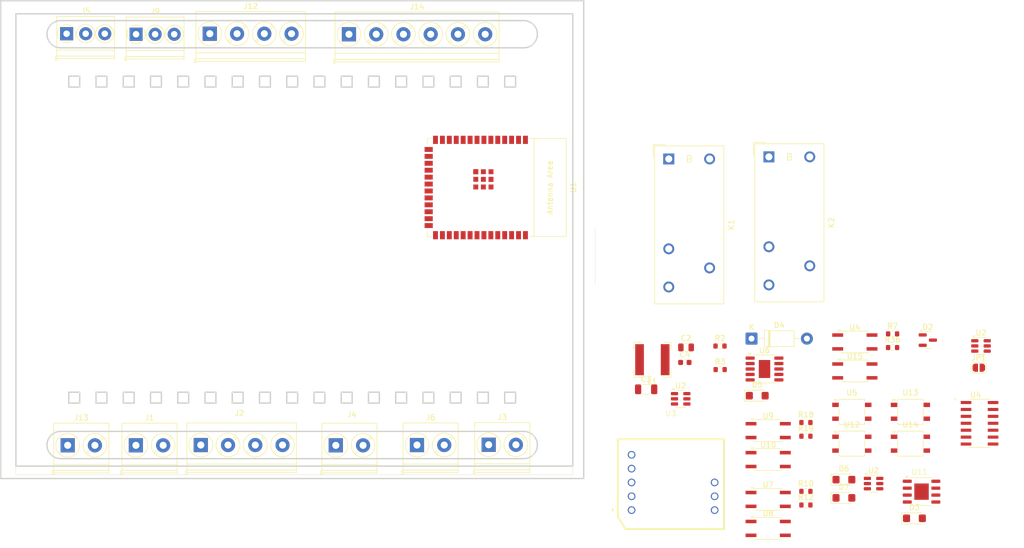
<source format=kicad_pcb>
(kicad_pcb (version 20241229) (generator "pcbnew") (generator_version "9.0")
  (layers (0 "F.Cu" signal) (2 "B.Cu" signal) (13 "F.Paste" user) (15 "B.Paste" user) (5 "F.SilkS" user "F.Silkscreen") (7 "B.SilkS" user "B.Silkscreen") (1 "F.Mask" user) (3 "B.Mask" user) (25 "Edge.Cuts" user))
  (net 0 "")
  (net 1 "Net-(JP1-A)")
  (net 2 "+3.3V")
  (net 3 "/NIVARA_BOARD/VOLTAGE_AOUTPUT")
  (net 5 "/NIVARA_BOARD/mA_AOUTPUT+")
  (net 6 "Net-(D4-A)")
  (net 7 "Net-(D5-A1)")
  (net 8 "GND")
  (net 10 "Net-(D6-A1)")
  (net 11 "Net-(Q2-1C)")
  (net 12 "Net-(Q2-2C)")
  (net 14 "Net-(R7-Pad2)")
  (net 15 "/NIVARA_BOARD/NPN_DINPUT_1")
  (net 16 "Net-(U1-EN)")
  (net 18 "Net-(R10-Pad2)")
  (net 19 "Net-(R12-Pad2)")
  (net 20 "/NIVARA_BOARD/PNP_DINPUT_0")
  (net 22 "Net-(R18-Pad2)")
  (net 23 "/NIVARA_BOARD/PNP_DINPUT_1")
  (net 24 "Net-(R19-Pad2)")
  (net 25 "Net-(R36-Pad2)")
  (net 27 "/NIVARA_BOARD/NPN_DINPUT_0")
  (net 29 "/NIVARA_BOARD/NPN_OUT_INTERFACE/NPN_EN1")
  (net 32 "/NIVARA_BOARD/PNP_OUT_INTERFACE/PNP_EN0")
  (net 34 "/NIVARA_BOARD/RS485_INTERFACE/UART_RX")
  (net 38 "/NIVARA_BOARD/~{RUN}{slash}STOP")
  (net 39 "/NIVARA_BOARD/RS485_INTERFACE/UART_TX")
  (net 41 "VCC")
  (net 42 "Net-(U2-SW)")
  (net 43 "Net-(U2-BST)")
  (net 44 "/NIVARA_BOARD/RS485_B")
  (net 46 "/NIVARA_BOARD/RS485_A")
  (net 47 "/NIVARA_BOARD/RS485_INTERFACE/~{TX}{slash}RX")
  (net 48 "Net-(K1-PadA1)")
  (net 49 "/NIVARA_BOARD/RL2_OUTPUT_NC")
  (net 50 "/NIVARA_BOARD/RL2_OUTPUT_NO")
  (net 51 "/NIVARA_BOARD/RL2_COM")
  (net 52 "/NIVARA_BOARD/RL1_OUTPUT_NC")
  (net 53 "Net-(K2-PadA1)")
  (net 54 "/NIVARA_BOARD/RL1_COM")
  (net 55 "/NIVARA_BOARD/RL1_OUTPUT_NO")
  (net 56 "/NIVARA_BOARD/RELAY_INTERFACE/ST2")
  (net 57 "/NIVARA_BOARD/RELAY_INTERFACE/ST1")
  (net 58 "/NIVARA_BOARD/RELAY_INTERFACE/RL2_EN")
  (net 59 "/NIVARA_BOARD/RELAY_INTERFACE/RL1_EN")
  (net 60 "/NIVARA_BOARD/VOLTAGE_AOUT_INTERFACE/SCLK")
  (net 61 "/NIVARA_BOARD/10V_AIN_INTERFACE/10V_ADC")
  (net 62 "/NIVARA_BOARD/VOLTAGE_AOUT_INTERFACE/SDA")
  (net 63 "/NIVARA_BOARD/VOLTAGE_AOUT_INTERFACE/SEL")
  (net 64 "/NIVARA_BOARD/mA_AINPUT")
  (net 65 "/NIVARA_BOARD/PNP_OUT_INTERFACE/PNP_EN1")
  (net 66 "/NIVARA_BOARD/PNP_IN_Mod/NPN_Output0")
  (net 67 "/NIVARA_BOARD/PNP_IN_Mod/NPN_Output1")
  (net 68 "/NIVARA_BOARD/DRY_INPUT_INTERFACE/DRY_OUT0")
  (net 69 "/NIVARA_BOARD/DRY_INPUT_INTERFACE/DRY_OUT1")
  (net 70 "/NIVARA_BOARD/NPN_OUT_INTERFACE/NPN_EN0")
  (net 71 "/NIVARA_BOARD/~{TRANSMIT}{slash}RECEIVE")
  (net 73 "/NIVARA_BOARD/32V_AIN_INTERFACE/32V_ADC")
  (net 75 "Net-(U2-FB)")
  (net 76 "Net-(U3-B)")
  (net 77 "Net-(U3-A)")
  (net 78 "/NIVARA_BOARD/NPN_IN_Mod/NPN_Output1")
  (net 79 "NPNIN_GND")
  (net 80 "Net-(R4-Pad2)")
  (net 81 "/NIVARA_BOARD/NPN_DOUTPUT_0")
  (net 82 "Net-(U6-IOUT)")
  (net 83 "Net-(JP2-B)")
  (net 84 "Net-(JP3-B)")
  (net 85 "Net-(U6-SET)")
  (net 86 "Net-(JP4-B)")
  (net 87 "Net-(U6-V5V)")
  (net 88 "/NIVARA_BOARD/DRY_DINPUT_0")
  (net 89 "/NIVARA_BOARD/DRY_DINPUT_1")
  (net 90 "PNPIN_GND")
  (net 91 "Net-(U11-V5V)")
  (net 92 "Net-(R26-Pad2)")
  (net 93 "/NIVARA_BOARD/PNP_DOUTPUT_0")
  (net 94 "Net-(R29-Pad2)")
  (net 95 "Net-(R30-Pad2)")
  (net 96 "/NIVARA_BOARD/PNP_DOUTPUT_1")
  (net 97 "/NIVARA_BOARD/NPN_IN_Mod/NPN_Output0")
  (net 100 "/Board_ZorionX/RUN{slash}Stop")
  (net 101 "/Board_ZorionX/RS485-B")
  (net 102 "/Board_ZorionX/RS485-A")
  (net 111 "/Board_ZorionX/AOUT_420_1")
  (net 112 "/Board_ZorionX/AOUT_010_1")
  (net 113 "/Board_ZorionX/DOUT_NPN_1")
  (net 114 "/Board_ZorionX/DOUT_NPN_2")
  (net 115 "/Board_ZorionX/DOUT_PNP_1")
  (net 116 "/Board_ZorionX/DOUT_PNP_2")
  (net 117 "/Board_ZorionX/A010_IN1")
  (net 118 "/Board_ZorionX/A420_in1")
  (net 119 "/Board_ZorionX/A032_in1")
  (net 120 "/Board_ZorionX/NPN_IN_2")
  (net 121 "/Board_ZorionX/NPN_in_1")
  (net 124 "/Board_ZorionX/RLY1_NCD")
  (net 125 "/Board_ZorionX/RLY1_CD")
  (net 126 "/Board_ZorionX/RLY1_NOD")
  (net 127 "/Board_ZorionX/RLY2_NCD")
  (net 128 "/Board_ZorionX/RLY2_CD")
  (net 129 "/Board_ZorionX/RLY2_NOD")
  (net 130 "/Board_ZorionX/D_IN1")
  (net 131 "/Board_ZorionX/D_IN_2")
  (net 138 "/Board_ZorionX/PNP_IN_2")
  (net 139 "/Board_ZorionX/PNP_in_1")
  (footprint "Jumper:SolderJumper-2_P1.3mm_Open_RoundedPad1.0x1.5mm" (layer "F.Cu") (at 208.64 93.35)
    (property "Reference" "JP1" (at 0 -1.8 0) (layer "F.SilkS"))
    (property "Value" "SolderJumper_2_Open")
    (pad "1" smd custom (at -0.65 0) (size 1 0.5) (layers "F.Cu" "F.Mask") (net 10 "Net-(D6-A1)") (options (clearance outline) (anchor rect)) (primitives (gr_circle (center 0 0.25) (end 0.5 0.25) (width 0) (fill yes)) (gr_circle (center 0 -0.25) (end 0.5 -0.25) (width 0) (fill yes)) (gr_poly (pts (xy 0.5 0.75) (xy 0 0.75) (xy 0 -0.75) (xy 0.5 -0.75)) (width 0) (fill yes))))
    (pad "2" smd custom (at 0.65 0) (size 1 0.5) (layers "F.Cu" "F.Mask") (net 2 "+3.3V") (options (clearance outline) (anchor rect)) (primitives (gr_circle (center 0 0.25) (end 0.5 0.25) (width 0) (fill yes)) (gr_circle (center 0 -0.25) (end 0.5 -0.25) (width 0) (fill yes)) (gr_poly (pts (xy 0 0.75) (xy -0.5 0.75) (xy -0.5 -0.75) (xy 0 -0.75)) (width 0) (fill yes))))
  )
  (footprint "PCM_Espressif:ESP32-S3-WROOM-1" (layer "F.Cu") (at 117.17 60.28 -90)
    (property "Reference" "U1" (at 0 -17.05 90) (layer "F.SilkS"))
    (property "Value" "ESP32-S3-WROOM-1")
    (fp_text user "Antenna Area" (at 0 -12.75 90) (layer "F.SilkS"))
    (pad "1" smd rect (at -8.75 -8.26 270) (size 1.5 0.9) (layers "F.Cu" "F.Mask" "F.Paste") (net 8 "GND"))
    (pad "2" smd rect (at -8.75 -6.99 270) (size 1.5 0.9) (layers "F.Cu" "F.Mask" "F.Paste") (net 2 "+3.3V"))
    (pad "3" smd rect (at -8.75 -5.72 270) (size 1.5 0.9) (layers "F.Cu" "F.Mask" "F.Paste") (net 16 "Net-(U1-EN)"))
    (pad "4" smd rect (at -8.75 -4.45 270) (size 1.5 0.9) (layers "F.Cu" "F.Mask" "F.Paste") (net 73 "/NIVARA_BOARD/32V_AIN_INTERFACE/32V_ADC"))
    (pad "5" smd rect (at -8.75 -3.18 270) (size 1.5 0.9) (layers "F.Cu" "F.Mask" "F.Paste") (net 61 "/NIVARA_BOARD/10V_AIN_INTERFACE/10V_ADC"))
    (pad "6" smd rect (at -8.75 -1.91 270) (size 1.5 0.9) (layers "F.Cu" "F.Mask" "F.Paste") (net 32 "/NIVARA_BOARD/PNP_OUT_INTERFACE/PNP_EN0"))
    (pad "7" smd rect (at -8.75 -0.64 270) (size 1.5 0.9) (layers "F.Cu" "F.Mask" "F.Paste") (net 65 "/NIVARA_BOARD/PNP_OUT_INTERFACE/PNP_EN1"))
    (pad "8" smd rect (at -8.75 0.63 270) (size 1.5 0.9) (layers "F.Cu" "F.Mask" "F.Paste") (net 62 "/NIVARA_BOARD/VOLTAGE_AOUT_INTERFACE/SDA"))
    (pad "9" smd rect (at -8.75 1.9 270) (size 1.5 0.9) (layers "F.Cu" "F.Mask" "F.Paste") (net 60 "/NIVARA_BOARD/VOLTAGE_AOUT_INTERFACE/SCLK"))
    (pad "10" smd rect (at -8.75 3.17 270) (size 1.5 0.9) (layers "F.Cu" "F.Mask" "F.Paste"))
    (pad "11" smd rect (at -8.75 4.44 270) (size 1.5 0.9) (layers "F.Cu" "F.Mask" "F.Paste"))
    (pad "12" smd rect (at -8.75 5.71 270) (size 1.5 0.9) (layers "F.Cu" "F.Mask" "F.Paste") (net 66 "/NIVARA_BOARD/PNP_IN_Mod/NPN_Output0"))
    (pad "13" smd rect (at -8.75 6.98 270) (size 1.5 0.9) (layers "F.Cu" "F.Mask" "F.Paste"))
    (pad "14" smd rect (at -8.75 8.25 270) (size 1.5 0.9) (layers "F.Cu" "F.Mask" "F.Paste"))
    (pad "15" smd rect (at -6.985 9.5) (size 1.5 0.9) (layers "F.Cu" "F.Mask" "F.Paste") (net 58 "/NIVARA_BOARD/RELAY_INTERFACE/RL2_EN"))
    (pad "16" smd rect (at -5.715 9.5) (size 1.5 0.9) (layers "F.Cu" "F.Mask" "F.Paste") (net 71 "/NIVARA_BOARD/~{TRANSMIT}{slash}RECEIVE"))
    (pad "17" smd rect (at -4.445 9.5) (size 1.5 0.9) (layers "F.Cu" "F.Mask" "F.Paste") (net 67 "/NIVARA_BOARD/PNP_IN_Mod/NPN_Output1"))
    (pad "18" smd rect (at -3.175 9.5) (size 1.5 0.9) (layers "F.Cu" "F.Mask" "F.Paste") (net 68 "/NIVARA_BOARD/DRY_INPUT_INTERFACE/DRY_OUT0"))
    (pad "19" smd rect (at -1.905 9.5) (size 1.5 0.9) (layers "F.Cu" "F.Mask" "F.Paste"))
    (pad "20" smd rect (at -0.635 9.5) (size 1.5 0.9) (layers "F.Cu" "F.Mask" "F.Paste"))
    (pad "21" smd rect (at 0.635 9.5) (size 1.5 0.9) (layers "F.Cu" "F.Mask" "F.Paste"))
    (pad "22" smd rect (at 1.905 9.5) (size 1.5 0.9) (layers "F.Cu" "F.Mask" "F.Paste"))
    (pad "23" smd rect (at 3.175 9.5) (size 1.5 0.9) (layers "F.Cu" "F.Mask" "F.Paste") (net 69 "/NIVARA_BOARD/DRY_INPUT_INTERFACE/DRY_OUT1"))
    (pad "24" smd rect (at 4.445 9.5) (size 1.5 0.9) (layers "F.Cu" "F.Mask" "F.Paste") (net 39 "/NIVARA_BOARD/RS485_INTERFACE/UART_TX"))
    (pad "25" smd rect (at 5.715 9.5) (size 1.5 0.9) (layers "F.Cu" "F.Mask" "F.Paste") (net 34 "/NIVARA_BOARD/RS485_INTERFACE/UART_RX"))
    (pad "26" smd rect (at 6.985 9.5) (size 1.5 0.9) (layers "F.Cu" "F.Mask" "F.Paste") (net 29 "/NIVARA_BOARD/NPN_OUT_INTERFACE/NPN_EN1"))
    (pad "27" smd rect (at 8.75 8.25 90) (size 1.5 0.9) (layers "F.Cu" "F.Mask" "F.Paste"))
    (pad "28" smd rect (at 8.75 6.98 90) (size 1.5 0.9) (layers "F.Cu" "F.Mask" "F.Paste") (net 63 "/NIVARA_BOARD/VOLTAGE_AOUT_INTERFACE/SEL"))
    (pad "29" smd rect (at 8.75 5.71 90) (size 1.5 0.9) (layers "F.Cu" "F.Mask" "F.Paste") (net 38 "/NIVARA_BOARD/~{RUN}{slash}STOP"))
    (pad "30" smd rect (at 8.75 4.44 90) (size 1.5 0.9) (layers "F.Cu" "F.Mask" "F.Paste"))
    (pad "31" smd rect (at 8.75 3.17 90) (size 1.5 0.9) (layers "F.Cu" "F.Mask" "F.Paste") (net 70 "/NIVARA_BOARD/NPN_OUT_INTERFACE/NPN_EN0"))
    (pad "32" smd rect (at 8.75 1.9 90) (size 1.5 0.9) (layers "F.Cu" "F.Mask" "F.Paste"))
    (pad "33" smd rect (at 8.75 0.63 90) (size 1.5 0.9) (layers "F.Cu" "F.Mask" "F.Paste"))
    (pad "34" smd rect (at 8.75 -0.64 90) (size 1.5 0.9) (layers "F.Cu" "F.Mask" "F.Paste"))
    (pad "35" smd rect (at 8.75 -1.91 90) (size 1.5 0.9) (layers "F.Cu" "F.Mask" "F.Paste"))
    (pad "36" smd rect (at 8.75 -3.18 90) (size 1.5 0.9) (layers "F.Cu" "F.Mask" "F.Paste"))
    (pad "37" smd rect (at 8.75 -4.45 90) (size 1.5 0.9) (layers "F.Cu" "F.Mask" "F.Paste"))
    (pad "38" smd rect (at 8.75 -5.72 90) (size 1.5 0.9) (layers "F.Cu" "F.Mask" "F.Paste") (net 59 "/NIVARA_BOARD/RELAY_INTERFACE/RL1_EN"))
    (pad "39" smd rect (at 8.75 -6.99 90) (size 1.5 0.9) (layers "F.Cu" "F.Mask" "F.Paste") (net 64 "/NIVARA_BOARD/mA_AINPUT"))
    (pad "40" smd rect (at 8.75 -8.26 90) (size 1.5 0.9) (layers "F.Cu" "F.Mask" "F.Paste") (net 8 "GND"))
    (pad "41" smd rect (at -2.9 -1.94 90) (size 0.9 0.9) (layers "F.Cu" "F.Mask" "F.Paste") (net 8 "GND"))
    (pad "41" smd rect (at -2.9 -0.54 90) (size 0.9 0.9) (layers "F.Cu" "F.Mask" "F.Paste") (net 8 "GND"))
    (pad "41" smd rect (at -2.9 0.86 90) (size 0.9 0.9) (layers "F.Cu" "F.Mask" "F.Paste") (net 8 "GND"))
    (pad "41" smd rect (at -2.9 0.86 90) (size 0.9 0.9) (layers "F.Cu" "F.Mask" "F.Paste") (net 8 "GND"))
    (pad "41" smd rect (at -1.5 -1.94 90) (size 0.9 0.9) (layers "F.Cu" "F.Mask" "F.Paste") (net 8 "GND"))
    (pad "41" smd rect (at -1.5 -1.94 90) (size 0.9 0.9) (layers "F.Cu" "F.Mask" "F.Paste") (net 8 "GND"))
    (pad "41" smd rect (at -1.5 -0.54 90) (size 0.9 0.9) (layers "F.Cu" "F.Mask" "F.Paste") (net 8 "GND"))
    (pad "41" smd rect (at -1.5 0.86 90) (size 0.9 0.9) (layers "F.Cu" "F.Mask" "F.Paste") (net 8 "GND"))
    (pad "41" smd rect (at -0.1 -1.94 90) (size 0.9 0.9) (layers "F.Cu" "F.Mask" "F.Paste") (net 8 "GND"))
    (pad "41" smd rect (at -0.1 -0.54 90) (size 0.9 0.9) (layers "F.Cu" "F.Mask" "F.Paste") (net 8 "GND"))
    (pad "41" smd rect (at -0.1 0.86 90) (size 0.9 0.9) (layers "F.Cu" "F.Mask" "F.Paste") (net 8 "GND"))
  )
  (footprint "Capacitor_SMD:C_0603_1608Metric" (layer "F.Cu") (at 154.685 92.385)
    (property "Reference" "C4" (at 0 -1.43 0) (layer "F.SilkS"))
    (property "Value" "100nf")
    (pad "1" smd roundrect (at -0.775 0) (size 0.9 0.95) (layers "F.Cu" "F.Mask" "F.Paste"))
    (pad "2" smd roundrect (at 0.775 0) (size 0.9 0.95) (layers "F.Cu" "F.Mask" "F.Paste"))
  )
  (footprint "Resistor_SMD:R_0603_1608Metric" (layer "F.Cu") (at 161.135 89.375)
    (property "Reference" "R2" (at 0 -1.43 0) (layer "F.SilkS"))
    (property "Value" "R_US")
    (pad "1" smd roundrect (at -0.825 0) (size 0.8 0.95) (layers "F.Cu" "F.Mask" "F.Paste"))
    (pad "2" smd roundrect (at 0.825 0) (size 0.8 0.95) (layers "F.Cu" "F.Mask" "F.Paste"))
  )
  (footprint "Capacitor_SMD:C_1206_3216Metric" (layer "F.Cu") (at 147.585 97.315)
    (property "Reference" "C3" (at 0 -1.85 0) (layer "F.SilkS"))
    (property "Value" "10mf")
    (pad "1" smd roundrect (at -1.475 0) (size 1.15 1.8) (layers "F.Cu" "F.Mask" "F.Paste") (roundrect_rratio 0.217391))
    (pad "2" smd roundrect (at 1.475 0) (size 1.15 1.8) (layers "F.Cu" "F.Mask" "F.Paste") (roundrect_rratio 0.217391))
  )
  (footprint "TerminalBlock_Phoenix:TerminalBlock_Phoenix_PT-1,5-3-3.5-H_1x03_P3.50mm_Horizontal" (layer "F.Cu") (at 41.2208 32.0544)
    (property "Reference" "J5" (at 3.5 -4.16 0) (layer "F.SilkS"))
    (property "Value" "Screw_Terminal_01x03")
    (pad "1" thru_hole rect (at 0 0) (size 2.4 2.4) (drill 1.2) (layers "*.Cu" "*.Mask") (net 101 "/Board_ZorionX/RS485-B"))
    (pad "2" thru_hole circle (at 3.5 0) (size 2.4 2.4) (drill 1.2) (layers "*.Cu" "*.Mask") (net 102 "/Board_ZorionX/RS485-A"))
    (pad "3" thru_hole circle (at 7 0) (size 2.4 2.4) (drill 1.2) (layers "*.Cu" "*.Mask") (net 8 "GND"))
  )
  (footprint "Resistor_SMD:R_0603_1608Metric" (layer "F.Cu") (at 176.905 103.412)
    (property "Reference" "R18" (at 0 -1.43 0) (layer "F.SilkS"))
    (property "Value" "910")
    (pad "1" smd roundrect (at -0.825 0) (size 0.8 0.95) (layers "F.Cu" "F.Mask" "F.Paste") (net 20 "/NIVARA_BOARD/PNP_DINPUT_0"))
    (pad "2" smd roundrect (at 0.825 0) (size 0.8 0.95) (layers "F.Cu" "F.Mask" "F.Paste") (net 22 "Net-(R18-Pad2)"))
  )
  (footprint "Resistor_SMD:R_0603_1608Metric" (layer "F.Cu") (at 192.815 87.142)
    (property "Reference" "R7" (at 0 -1.43 0) (layer "F.SilkS"))
    (property "Value" "910")
    (pad "1" smd roundrect (at -0.825 0) (size 0.8 0.95) (layers "F.Cu" "F.Mask" "F.Paste") (net 15 "/NIVARA_BOARD/NPN_DINPUT_1"))
    (pad "2" smd roundrect (at 0.825 0) (size 0.8 0.95) (layers "F.Cu" "F.Mask" "F.Paste") (net 14 "Net-(R7-Pad2)"))
  )
  (footprint "TerminalBlock_Phoenix:TerminalBlock_Phoenix_PT-1,5-3-3.5-H_1x03_P3.50mm_Horizontal" (layer "F.Cu") (at 53.9664 32.156)
    (property "Reference" "J9" (at 3.5 -4.16 0) (layer "F.SilkS"))
    (property "Value" "Screw_Terminal_01x03")
    (pad "1" thru_hole rect (at 0 0) (size 2.4 2.4) (drill 1.2) (layers "*.Cu" "*.Mask") (net 111 "/Board_ZorionX/AOUT_420_1"))
    (pad "2" thru_hole circle (at 3.5 0) (size 2.4 2.4) (drill 1.2) (layers "*.Cu" "*.Mask") (net 112 "/Board_ZorionX/AOUT_010_1"))
    (pad "3" thru_hole circle (at 7 0) (size 2.4 2.4) (drill 1.2) (layers "*.Cu" "*.Mask") (net 8 "GND"))
  )
  (footprint "Package_TO_SOT_SMD:SOT-23" (layer "F.Cu") (at 199.275 88.287)
    (property "Reference" "D2" (at 0 -2.4 0) (layer "F.SilkS"))
    (property "Value" "SM712_SOT23")
    (pad "1" smd roundrect (at -0.9375 -0.95) (size 1.475 0.6) (layers "F.Cu" "F.Mask" "F.Paste") (net 46 "/NIVARA_BOARD/RS485_A"))
    (pad "2" smd roundrect (at -0.9375 0.95) (size 1.475 0.6) (layers "F.Cu" "F.Mask" "F.Paste") (net 44 "/NIVARA_BOARD/RS485_B"))
    (pad "3" smd roundrect (at 0.9375 0) (size 1.475 0.6) (layers "F.Cu" "F.Mask" "F.Paste") (net 8 "GND"))
  )
  (footprint "TerminalBlock_Phoenix:TerminalBlock_Phoenix_PT-1,5-2-5.0-H_1x02_P5.00mm_Horizontal" (layer "F.Cu") (at 41.4136 107.594)
    (property "Reference" "J13" (at 2.5 -5.06 0) (layer "F.SilkS"))
    (property "Value" "Screw_Terminal_01x02")
    (pad "1" thru_hole rect (at 0 0) (size 2.6 2.6) (drill 1.3) (layers "*.Cu" "*.Mask") (net 138 "/Board_ZorionX/PNP_IN_2"))
    (pad "2" thru_hole circle (at 5 0) (size 2.6 2.6) (drill 1.3) (layers "*.Cu" "*.Mask") (net 139 "/Board_ZorionX/PNP_in_1"))
  )
  (footprint "Resistor_SMD:R_0603_1608Metric" (layer "F.Cu") (at 161.165 93.69)
    (property "Reference" "R3" (at 0 -1.43 0) (layer "F.SilkS"))
    (property "Value" "R_US")
    (pad "1" smd roundrect (at -0.825 0) (size 0.8 0.95) (layers "F.Cu" "F.Mask" "F.Paste"))
    (pad "2" smd roundrect (at 0.825 0) (size 0.8 0.95) (layers "F.Cu" "F.Mask" "F.Paste"))
  )
  (footprint "Resistor_SMD:R_0603_1608Metric" (layer "F.Cu") (at 192.815 89.652)
    (property "Reference" "R36" (at 0 -1.43 0) (layer "F.SilkS"))
    (property "Value" "910")
    (pad "1" smd roundrect (at -0.825 0) (size 0.8 0.95) (layers "F.Cu" "F.Mask" "F.Paste") (net 27 "/NIVARA_BOARD/NPN_DINPUT_0"))
    (pad "2" smd roundrect (at 0.825 0) (size 0.8 0.95) (layers "F.Cu" "F.Mask" "F.Paste") (net 25 "Net-(R36-Pad2)"))
  )
  (footprint "Relay_THT:Relay_SPDT_Omron_G2RL-1" (layer "F.Cu") (at 151.7325 55.0325)
    (property "Reference" "K1" (at 11.5 12.1 90) (layer "F.SilkS"))
    (property "Value" "G2RL-1")
    (pad "11" thru_hole circle (at 7.5 20) (size 2 2) (drill 1.3) (layers "*.Cu" "*.Mask") (net 51 "/NIVARA_BOARD/RL2_COM"))
    (pad "12" thru_hole circle (at 0 16.5) (size 2 2) (drill 1.3) (layers "*.Cu" "*.Mask") (net 49 "/NIVARA_BOARD/RL2_OUTPUT_NC"))
    (pad "14" thru_hole circle (at 0 23.5) (size 2 2) (drill 1.3) (layers "*.Cu" "*.Mask") (net 50 "/NIVARA_BOARD/RL2_OUTPUT_NO"))
    (pad "A1" thru_hole rect (at 0 0) (size 2 2) (drill 1.3) (layers "*.Cu" "*.Mask") (net 41 "VCC"))
    (pad "A2" thru_hole circle (at 7.5 0) (size 2 2) (drill 1.3) (layers "*.Cu" "*.Mask") (net 11 "Net-(Q2-1C)"))
  )
  (footprint "TerminalBlock_Phoenix:TerminalBlock_Phoenix_PT-1,5-2-5.0-H_1x02_P5.00mm_Horizontal" (layer "F.Cu") (at 105.5232 107.5432)
    (property "Reference" "J6" (at 2.5 -5.06 0) (layer "F.SilkS"))
    (property "Value" "Screw_Terminal_01x02")
    (pad "1" thru_hole rect (at 0 0) (size 2.6 2.6) (drill 1.3) (layers "*.Cu" "*.Mask") (net 100 "/Board_ZorionX/RUN{slash}Stop"))
    (pad "2" thru_hole circle (at 5 0) (size 2.6 2.6) (drill 1.3) (layers "*.Cu" "*.Mask") (net 8 "GND"))
  )
  (footprint "Package_SO:SSOP-10-1EP_3.9x4.9mm_P1mm_EP2.1x3.3mm" (layer "F.Cu") (at 169.305 93.587)
    (property "Reference" "U6" (at 0 -3.4 0) (layer "F.SilkS"))
    (property "Value" "~")
    (pad "1" smd roundrect (at -2.6375 -2) (size 1.675 0.6) (layers "F.Cu" "F.Mask" "F.Paste") (net 60 "/NIVARA_BOARD/VOLTAGE_AOUT_INTERFACE/SCLK"))
    (pad "2" smd roundrect (at -2.6375 -1) (size 1.675 0.6) (layers "F.Cu" "F.Mask" "F.Paste") (net 62 "/NIVARA_BOARD/VOLTAGE_AOUT_INTERFACE/SDA"))
    (pad "3" smd roundrect (at -2.6375 0) (size 1.675 0.6) (layers "F.Cu" "F.Mask" "F.Paste") (net 83 "Net-(JP2-B)"))
    (pad "4" smd roundrect (at -2.6375 1) (size 1.675 0.6) (layers "F.Cu" "F.Mask" "F.Paste") (net 84 "Net-(JP3-B)"))
    (pad "5" smd roundrect (at -2.6375 2) (size 1.675 0.6) (layers "F.Cu" "F.Mask" "F.Paste") (net 41 "VCC"))
    (pad "6" smd roundrect (at 2.6375 2) (size 1.675 0.6) (layers "F.Cu" "F.Mask" "F.Paste") (net 8 "GND"))
    (pad "7" smd roundrect (at 2.6375 1) (size 1.675 0.6) (layers "F.Cu" "F.Mask" "F.Paste") (net 85 "Net-(U6-SET)"))
    (pad "8" smd roundrect (at 2.6375 0) (size 1.675 0.6) (layers "F.Cu" "F.Mask" "F.Paste") (net 82 "Net-(U6-IOUT)"))
    (pad "9" smd roundrect (at 2.6375 -1) (size 1.675 0.6) (layers "F.Cu" "F.Mask" "F.Paste") (net 86 "Net-(JP4-B)"))
    (pad "10" smd roundrect (at 2.6375 -2) (size 1.675 0.6) (layers "F.Cu" "F.Mask" "F.Paste") (net 87 "Net-(U6-V5V)"))
    (pad "11" smd rect (at 0 0) (size 2.1 3.3) (property pad_prop_heatsink) (layers "F.Cu" "F.Mask"))
  )
  (footprint "Inductor_SMD:L_Bourns-SRN6028" (layer "F.Cu") (at 148.72 91.88)
    (property "Reference" "L1" (at 0 4 0) (layer "F.SilkS"))
    (property "Value" "L_Iron")
    (pad "1" smd rect (at -2.35 0) (size 1.6 5.7) (layers "F.Cu" "F.Mask" "F.Paste"))
    (pad "2" smd rect (at 2.35 0) (size 1.6 5.7) (layers "F.Cu" "F.Mask" "F.Paste"))
  )
  (footprint "Riqi_Parts:eSOP-8" (layer "F.Cu") (at 197.761 112.967)
    (property "Reference" "U11" (at 0 -0.5 0) (layer "F.SilkS") (effects (font (thickness 0.1))))
    (property "Value" "~")
    (pad "1" smd roundrect (at -2.261 1.223) (size 1.65 0.6) (layers "F.Cu" "F.Mask" "F.Paste") (net 60 "/NIVARA_BOARD/VOLTAGE_AOUT_INTERFACE/SCLK"))
    (pad "2" smd roundrect (at -2.261 2.493) (size 1.65 0.6) (layers "F.Cu" "F.Mask" "F.Paste"))
    (pad "3" smd roundrect (at -2.261 3.763) (size 1.65 0.6) (layers "F.Cu" "F.Mask" "F.Paste"))
    (pad "4" smd roundrect (at -2.261 5.033) (size 1.65 0.6) (layers "F.Cu" "F.Mask" "F.Paste") (net 41 "VCC"))
    (pad "5" smd roundrect (at 2.989 5.033) (size 1.65 0.6) (layers "F.Cu" "F.Mask" "F.Paste") (net 8 "GND"))
    (pad "6" smd roundrect (at 2.989 3.763) (size 1.65 0.6) (layers "F.Cu" "F.Mask" "F.Paste") (net 3 "/NIVARA_BOARD/VOLTAGE_AOUTPUT"))
    (pad "7" smd roundrect (at 2.989 2.493) (size 1.65 0.6) (layers "F.Cu" "F.Mask" "F.Paste") (net 63 "/NIVARA_BOARD/VOLTAGE_AOUT_INTERFACE/SEL"))
    (pad "8" smd roundrect (at 2.989 1.223) (size 1.65 0.6) (layers "F.Cu" "F.Mask" "F.Paste") (net 91 "Net-(U11-V5V)"))
    (pad "9" smd rect (at 0.364 3.128) (size 2.65 3) (property pad_prop_heatsink) (layers "F.Cu" "F.Mask"))
  )
  (footprint "Package_SO:SO-4_4.4x3.6mm_P2.54mm" (layer "F.Cu") (at 185.885 93.942)
    (property "Reference" "U15" (at 0 -2.7 0) (layer "F.SilkS"))
    (property "Value" "LTV-357TB")
    (pad "1" smd rect (at -3.15 -1.27) (size 2 0.64) (layers "F.Cu" "F.Mask" "F.Paste") (net 25 "Net-(R36-Pad2)"))
    (pad "2" smd rect (at -3.15 1.27) (size 2 0.64) (layers "F.Cu" "F.Mask" "F.Paste") (net 79 "NPNIN_GND"))
    (pad "3" smd rect (at 3.15 1.27) (size 2 0.64) (layers "F.Cu" "F.Mask" "F.Paste") (net 8 "GND"))
    (pad "4" smd rect (at 3.15 -1.27) (size 2 0.64) (layers "F.Cu" "F.Mask" "F.Paste") (net 97 "/NIVARA_BOARD/NPN_IN_Mod/NPN_Output0"))
  )
  (footprint "Package_SO:SO-4_4.4x4.3mm_P2.54mm" (layer "F.Cu") (at 185.335 107.292)
    (property "Reference" "U12" (at 0 -3.5 0) (layer "F.SilkS"))
    (property "Value" "~")
    (pad "1" smd rect (at -3 -1.27 270) (size 0.8 1.2) (layers "F.Cu" "F.Mask" "F.Paste") (net 92 "Net-(R26-Pad2)"))
    (pad "2" smd rect (at -3 1.27 270) (size 0.8 1.2) (layers "F.Cu" "F.Mask" "F.Paste") (net 8 "GND"))
    (pad "3" smd rect (at 3 1.27 270) (size 0.8 1.2) (layers "F.Cu" "F.Mask" "F.Paste") (net 81 "/NIVARA_BOARD/NPN_DOUTPUT_0"))
    (pad "4" smd rect (at 3 -1.27 270) (size 0.8 1.2) (layers "F.Cu" "F.Mask" "F.Paste") (net 8 "GND"))
  )
  (footprint "Package_SO:SO-4_4.4x3.6mm_P2.54mm" (layer "F.Cu") (at 185.885 88.627)
    (property "Reference" "U4" (at 0 -2.7 0) (layer "F.SilkS"))
    (property "Value" "LTV-357TB")
    (pad "1" smd rect (at -3.15 -1.27) (size 2 0.64) (layers "F.Cu" "F.Mask" "F.Paste") (net 14 "Net-(R7-Pad2)"))
    (pad "2" smd rect (at -3.15 1.27) (size 2 0.64) (layers "F.Cu" "F.Mask" "F.Paste") (net 79 "NPNIN_GND"))
    (pad "3" smd rect (at 3.15 1.27) (size 2 0.64) (layers "F.Cu" "F.Mask" "F.Paste") (net 8 "GND"))
    (pad "4" smd rect (at 3.15 -1.27) (size 2 0.64) (layers "F.Cu" "F.Mask" "F.Paste") (net 78 "/NIVARA_BOARD/NPN_IN_Mod/NPN_Output1"))
  )
  (footprint "Package_TO_SOT_SMD:TSOT-23-6" (layer "F.Cu") (at 209.04 89.355)
    (property "Reference" "U2" (at 0 -2.4 0) (layer "F.SilkS"))
    (property "Value" "AP63203WU")
    (pad "1" smd roundrect (at -1.1375 -0.95) (size 1.325 0.6) (layers "F.Cu" "F.Mask" "F.Paste") (net 1 "Net-(JP1-A)"))
    (pad "2" smd roundrect (at -1.1375 0) (size 1.325 0.6) (layers "F.Cu" "F.Mask" "F.Paste") (net 41 "VCC"))
    (pad "3" smd roundrect (at -1.1375 0.95) (size 1.325 0.6) (layers "F.Cu" "F.Mask" "F.Paste") (net 41 "VCC"))
    (pad "4" smd roundrect (at 1.1375 0.95) (size 1.325 0.6) (layers "F.Cu" "F.Mask" "F.Paste") (net 8 "GND"))
    (pad "5" smd roundrect (at 1.1375 0) (size 1.325 0.6) (layers "F.Cu" "F.Mask" "F.Paste") (net 42 "Net-(U2-SW)"))
    (pad "6" smd roundrect (at 1.1375 -0.95) (size 1.325 0.6) (layers "F.Cu" "F.Mask" "F.Paste") (net 43 "Net-(U2-BST)"))
  )
  (footprint "Riqi_Parts:SOIC127P600X172-14N" (layer "F.Cu") (at 208.77 103.55)
    (property "Reference" "U4" (at -0.725 -5.227 0) (layer "F.SilkS"))
    (property "Value" "~" (hide yes))
    (pad "1" smd roundrect (at -2.48 -3.81) (size 1.95 0.57) (layers "F.Cu" "F.Mask" "F.Paste") (roundrect_rratio 0.125) (net 41 "VCC"))
    (pad "2" smd roundrect (at -2.48 -2.54) (size 1.95 0.57) (layers "F.Cu" "F.Mask" "F.Paste") (roundrect_rratio 0.125) (net 59 "/NIVARA_BOARD/RELAY_INTERFACE/RL1_EN"))
    (pad "3" smd roundrect (at -2.48 -1.27) (size 1.95 0.57) (layers "F.Cu" "F.Mask" "F.Paste") (roundrect_rratio 0.125) (net 57 "/NIVARA_BOARD/RELAY_INTERFACE/ST1"))
    (pad "4" smd roundrect (at -2.48 0) (size 1.95 0.57) (layers "F.Cu" "F.Mask" "F.Paste") (roundrect_rratio 0.125) (net 8 "GND"))
    (pad "5" smd roundrect (at -2.48 1.27) (size 1.95 0.57) (layers "F.Cu" "F.Mask" "F.Paste") (roundrect_rratio 0.125) (net 56 "/NIVARA_BOARD/RELAY_INTERFACE/ST2"))
    (pad "6" smd roundrect (at -2.48 2.54) (size 1.95 0.57) (layers "F.Cu" "F.Mask" "F.Paste") (roundrect_rratio 0.125) (net 58 "/NIVARA_BOARD/RELAY_INTERFACE/RL2_EN"))
    (pad "7" smd roundrect (at -2.48 3.81) (size 1.95 0.57) (layers "F.Cu" "F.Mask" "F.Paste") (roundrect_rratio 0.125) (net 41 "VCC"))
    (pad "8" smd roundrect (at 2.48 3.81) (size 1.95 0.57) (layers "F.Cu" "F.Mask" "F.Paste") (roundrect_rratio 0.125) (net 41 "VCC"))
    (pad "9" smd roundrect (at 2.48 2.54) (size 1.95 0.57) (layers "F.Cu" "F.Mask" "F.Paste") (roundrect_rratio 0.125) (net 48 "Net-(K1-PadA1)"))
    (pad "10" smd roundrect (at 2.48 1.27) (size 1.95 0.57) (layers "F.Cu" "F.Mask" "F.Paste") (roundrect_rratio 0.125) (net 48 "Net-(K1-PadA1)"))
    (pad "11" smd roundrect (at 2.48 0) (size 1.95 0.57) (layers "F.Cu" "F.Mask" "F.Paste") (roundrect_rratio 0.125) (net 2 "+3.3V"))
    (pad "12" smd roundrect (at 2.48 -1.27) (size 1.95 0.57) (layers "F.Cu" "F.Mask" "F.Paste") (roundrect_rratio 0.125) (net 53 "Net-(K2-PadA1)"))
    (pad "13" smd roundrect (at 2.48 -2.54) (size 1.95 0.57) (layers "F.Cu" "F.Mask" "F.Paste") (roundrect_rratio 0.125) (net 53 "Net-(K2-PadA1)"))
    (pad "14" smd roundrect (at 2.48 -3.81) (size 1.95 0.57) (layers "F.Cu" "F.Mask" "F.Paste") (roundrect_rratio 0.125) (net 41 "VCC"))
  )
  (footprint "Diode_SMD:D_SMF" (layer "F.Cu") (at 196.82 120.992)
    (property "Reference" "D3" (at 0 -2 0) (layer "F.SilkS"))
    (property "Value" "SMF24A")
    (pad "1" smd roundrect (at -1.45 0) (size 1.3 1.4) (layers "F.Cu" "F.Mask" "F.Paste") (roundrect_rratio 0.1923076923) (net 3 "/NIVARA_BOARD/VOLTAGE_AOUTPUT"))
    (pad "2" smd roundrect (at 1.45 0) (size 1.3 1.4) (layers "F.Cu" "F.Mask" "F.Paste") (roundrect_rratio 0.1923076923) (net 8 "GND"))
  )
  (footprint "Diode_SMD:D_SMF" (layer "F.Cu") (at 183.88 117.242)
    (property "Reference" "D7" (at 0 -2 0) (layer "F.SilkS"))
    (property "Value" "SMF24A")
    (pad "1" smd roundrect (at -1.45 0) (size 1.3 1.4) (layers "F.Cu" "F.Mask" "F.Paste") (roundrect_rratio 0.1923076923) (net 41 "VCC"))
    (pad "2" smd roundrect (at 1.45 0) (size 1.3 1.4) (layers "F.Cu" "F.Mask" "F.Paste") (roundrect_rratio 0.1923076923) (net 8 "GND"))
  )
  (footprint "Package_TO_SOT_SMD:TSOT-23-6" (layer "F.Cu") (at 153.92 99.06)
    (property "Reference" "U2" (at 0 -2.4 0) (layer "F.SilkS"))
    (property "Value" "AP63203WU")
    (pad "1" smd roundrect (at -1.1375 -0.95) (size 1.325 0.6) (layers "F.Cu" "F.Mask" "F.Paste"))
    (pad "2" smd roundrect (at -1.1375 0) (size 1.325 0.6) (layers "F.Cu" "F.Mask" "F.Paste"))
    (pad "3" smd roundrect (at -1.1375 0.95) (size 1.325 0.6) (layers "F.Cu" "F.Mask" "F.Paste"))
    (pad "4" smd roundrect (at 1.1375 0.95) (size 1.325 0.6) (layers "F.Cu" "F.Mask" "F.Paste"))
    (pad "5" smd roundrect (at 1.1375 0) (size 1.325 0.6) (layers "F.Cu" "F.Mask" "F.Paste"))
    (pad "6" smd roundrect (at 1.1375 -0.95) (size 1.325 0.6) (layers "F.Cu" "F.Mask" "F.Paste"))
  )
  (footprint "Riqi_Parts:YLPTEC RSM3485ECHT" (layer "F.Cu") (at 142.37 122.99)
    (property "Reference" "U3" (at 9.75 -21.25 0) (layer "F.SilkS") (effects (font (thickness 0.1))))
    (property "Value" "~")
    (pad "1" thru_hole circle (at 2.54 -3.5) (size 1.4 1.4) (drill 1) (layers "*.Cu" "*.Mask") (net 2 "+3.3V"))
    (pad "2" thru_hole circle (at 2.54 -6.04) (size 1.4 1.4) (drill 1) (layers "*.Cu" "*.Mask") (net 8 "GND"))
    (pad "3" thru_hole circle (at 2.54 -8.58) (size 1.4 1.4) (drill 1) (layers "*.Cu" "*.Mask") (net 39 "/NIVARA_BOARD/RS485_INTERFACE/UART_TX"))
    (pad "4" thru_hole circle (at 2.54 -11.12) (size 1.4 1.4) (drill 1) (layers "*.Cu" "*.Mask") (net 34 "/NIVARA_BOARD/RS485_INTERFACE/UART_RX"))
    (pad "5" thru_hole circle (at 2.54 -13.66) (size 1.4 1.4) (drill 1) (layers "*.Cu" "*.Mask") (net 47 "/NIVARA_BOARD/RS485_INTERFACE/~{TX}{slash}RX"))
    (pad "8" thru_hole circle (at 17.78 -8.58) (size 1.4 1.4) (drill 1) (layers "*.Cu" "*.Mask") (net 76 "Net-(U3-B)"))
    (pad "9" thru_hole circle (at 17.78 -6.04) (size 1.4 1.4) (drill 1) (layers "*.Cu" "*.Mask") (net 77 "Net-(U3-A)"))
    (pad "10" thru_hole circle (at 17.78 -3.5) (size 1.4 1.4) (drill 1) (layers "*.Cu" "*.Mask"))
  )
  (footprint "Package_SO:SO-4_4.4x4.3mm_P2.54mm" (layer "F.Cu") (at 196.085 107.292)
    (property "Reference" "U14" (at 0 -3.5 0) (layer "F.SilkS"))
    (property "Value" "~")
    (pad "1" smd rect (at -3 -1.27 270) (size 0.8 1.2) (layers "F.Cu" "F.Mask" "F.Paste") (net 95 "Net-(R30-Pad2)"))
    (pad "2" smd rect (at -3 1.27 270) (size 0.8 1.2) (layers "F.Cu" "F.Mask" "F.Paste") (net 8 "GND"))
    (pad "3" smd rect (at 3 1.27 270) (size 0.8 1.2) (layers "F.Cu" "F.Mask" "F.Paste") (net 41 "VCC"))
    (pad "4" smd rect (at 3 -1.27 270) (size 0.8 1.2) (layers "F.Cu" "F.Mask" "F.Paste") (net 96 "/NIVARA_BOARD/PNP_DOUTPUT_1"))
  )
  (footprint "Resistor_SMD:R_0603_1608Metric" (layer "F.Cu") (at 176.905 105.922)
    (property "Reference" "R19" (at 0 -1.43 0) (layer "F.SilkS"))
    (property "Value" "910")
    (pad "1" smd roundrect (at -0.825 0) (size 0.8 0.95) (layers "F.Cu" "F.Mask" "F.Paste") (net 23 "/NIVARA_BOARD/PNP_DINPUT_1"))
    (pad "2" smd roundrect (at 0.825 0) (size 0.8 0.95) (layers "F.Cu" "F.Mask" "F.Paste") (net 24 "Net-(R19-Pad2)"))
  )
  (footprint "Package_SO:SO-4_4.4x3.6mm_P2.54mm" (layer "F.Cu") (at 169.975 117.527)
    (property "Reference" "U7" (at 0 -2.7 0) (layer "F.SilkS"))
    (property "Value" "LTV-357TB")
    (pad "1" smd rect (at -3.15 -1.27) (size 2 0.64) (layers "F.Cu" "F.Mask" "F.Paste") (net 18 "Net-(R10-Pad2)"))
    (pad "2" smd rect (at -3.15 1.27) (size 2 0.64) (layers "F.Cu" "F.Mask" "F.Paste") (net 88 "/NIVARA_BOARD/DRY_DINPUT_0"))
    (pad "3" smd rect (at 3.15 1.27) (size 2 0.64) (layers "F.Cu" "F.Mask" "F.Paste") (net 8 "GND"))
    (pad "4" smd rect (at 3.15 -1.27) (size 2 0.64) (layers "F.Cu" "F.Mask" "F.Paste") (net 68 "/NIVARA_BOARD/DRY_INPUT_INTERFACE/DRY_OUT0"))
  )
  (footprint "Package_SO:SO-4_4.4x4.3mm_P2.54mm" (layer "F.Cu") (at 196.085 101.442)
    (property "Reference" "U13" (at 0 -3.5 0) (layer "F.SilkS"))
    (property "Value" "~")
    (pad "1" smd rect (at -3 -1.27 270) (size 0.8 1.2) (layers "F.Cu" "F.Mask" "F.Paste") (net 94 "Net-(R29-Pad2)"))
    (pad "2" smd rect (at -3 1.27 270) (size 0.8 1.2) (layers "F.Cu" "F.Mask" "F.Paste") (net 8 "GND"))
    (pad "3" smd rect (at 3 1.27 270) (size 0.8 1.2) (layers "F.Cu" "F.Mask" "F.Paste") (net 41 "VCC"))
    (pad "4" smd rect (at 3 -1.27 270) (size 0.8 1.2) (layers "F.Cu" "F.Mask" "F.Paste") (net 93 "/NIVARA_BOARD/PNP_DOUTPUT_0"))
  )
  (footprint "Diode_THT:D_DO-41_SOD81_P10.16mm_Horizontal" (layer "F.Cu") (at 166.925 88.012)
    (property "Reference" "D4" (at 5.08 -2.47 0) (layer "F.SilkS"))
    (property "Value" "1N4007")
    (fp_text user "K" (at 0 -2.1 0) (layer "F.SilkS"))
    (pad "1" thru_hole roundrect (at 0 0) (size 2.2 2.2) (drill 1.1) (layers "*.Cu" "*.Mask") (roundrect_rratio 0.113636) (net 5 "/NIVARA_BOARD/mA_AOUTPUT+"))
    (pad "2" thru_hole circle (at 10.16 0) (size 2.2 2.2) (drill 1.1) (layers "*.Cu" "*.Mask") (net 6 "Net-(D4-A)"))
  )
  (footprint "TerminalBlock_Phoenix:TerminalBlock_Phoenix_PT-1,5-2-5.0-H_1x02_P5.00mm_Horizontal" (layer "F.Cu") (at 118.6804 107.4924)
    (property "Reference" "J3" (at 2.5 -5.06 0) (layer "F.SilkS"))
    (property "Value" "Screw_Terminal_01x02")
    (pad "1" thru_hole rect (at 0 0) (size 2.6 2.6) (drill 1.3) (layers "*.Cu" "*.Mask") (net 41 "VCC"))
    (pad "2" thru_hole circle (at 5 0) (size 2.6 2.6) (drill 1.3) (layers "*.Cu" "*.Mask") (net 8 "GND"))
  )
  (footprint "TerminalBlock_Phoenix:TerminalBlock_Phoenix_PT-1,5-4-5.0-H_1x04_P5.00mm_Horizontal" (layer "F.Cu") (at 67.5032 32.0544)
    (property "Reference" "J12" (at 7.5 -5.06 0) (layer "F.SilkS"))
    (property "Value" "Screw_Terminal_01x04")
    (pad "1" thru_hole rect (at 0 0) (size 2.6 2.6) (drill 1.3) (layers "*.Cu" "*.Mask") (net 113 "/Board_ZorionX/DOUT_NPN_1"))
    (pad "2" thru_hole circle (at 5 0) (size 2.6 2.6) (drill 1.3) (layers "*.Cu" "*.Mask") (net 114 "/Board_ZorionX/DOUT_NPN_2"))
    (pad "3" thru_hole circle (at 10 0) (size 2.6 2.6) (drill 1.3) (layers "*.Cu" "*.Mask") (net 115 "/Board_ZorionX/DOUT_PNP_1"))
    (pad "4" thru_hole circle (at 15 0) (size 2.6 2.6) (drill 1.3) (layers "*.Cu" "*.Mask") (net 116 "/Board_ZorionX/DOUT_PNP_2"))
  )
  (footprint "Package_SO:SO-4_4.4x3.6mm_P2.54mm" (layer "F.Cu") (at 169.975 110.212)
    (property "Reference" "U10" (at 0 -2.7 0) (layer "F.SilkS"))
    (property "Value" "LTV-357TB")
    (pad "1" smd rect (at -3.15 -1.27) (size 2 0.64) (layers "F.Cu" "F.Mask" "F.Paste") (net 24 "Net-(R19-Pad2)"))
    (pad "2" smd rect (at -3.15 1.27) (size 2 0.64) (layers "F.Cu" "F.Mask" "F.Paste") (net 90 "PNPIN_GND"))
    (pad "3" smd rect (at 3.15 1.27) (size 2 0.64) (layers "F.Cu" "F.Mask" "F.Paste") (net 8 "GND"))
    (pad "4" smd rect (at 3.15 -1.27) (size 2 0.64) (layers "F.Cu" "F.Mask" "F.Paste") (net 67 "/NIVARA_BOARD/PNP_IN_Mod/NPN_Output1"))
  )
  (footprint "Capacitor_SMD:C_0805_2012Metric" (layer "F.Cu") (at 154.905 89.625)
    (property "Reference" "C2" (at 0 -1.68 0) (layer "F.SilkS"))
    (property "Value" "22uf")
    (pad "1" smd roundrect (at -0.95 0) (size 1 1.45) (layers "F.Cu" "F.Mask" "F.Paste"))
    (pad "2" smd roundrect (at 0.95 0) (size 1 1.45) (layers "F.Cu" "F.Mask" "F.Paste"))
  )
  (footprint "Relay_THT:Relay_SPDT_Omron_G2RL-1" (layer "F.Cu") (at 170.11 54.65)
    (property "Reference" "K2" (at 11.5 12.1 90) (layer "F.SilkS"))
    (property "Value" "G2RL-1")
    (pad "11" thru_hole circle (at 7.5 20) (size 2 2) (drill 1.3) (layers "*.Cu" "*.Mask") (net 54 "/NIVARA_BOARD/RL1_COM"))
    (pad "12" thru_hole circle (at 0 16.5) (size 2 2) (drill 1.3) (layers "*.Cu" "*.Mask") (net 52 "/NIVARA_BOARD/RL1_OUTPUT_NC"))
    (pad "14" thru_hole circle (at 0 23.5) (size 2 2) (drill 1.3) (layers "*.Cu" "*.Mask") (net 55 "/NIVARA_BOARD/RL1_OUTPUT_NO"))
    (pad "A1" thru_hole rect (at 0 0) (size 2 2) (drill 1.3) (layers "*.Cu" "*.Mask") (net 41 "VCC"))
    (pad "A2" thru_hole circle (at 7.5 0) (size 2 2) (drill 1.3) (layers "*.Cu" "*.Mask") (net 12 "Net-(Q2-2C)"))
  )
  (footprint "TerminalBlock_Phoenix:TerminalBlock_Phoenix_PT-1,5-2-5.0-H_1x02_P5.00mm_Horizontal" (layer "F.Cu") (at 53.9396 107.594)
    (property "Reference" "J1" (at 2.5 -5.06 0) (layer "F.SilkS"))
    (property "Value" "Screw_Terminal_01x02")
    (pad "1" thru_hole rect (at 0 0) (size 2.6 2.6) (drill 1.3) (layers "*.Cu" "*.Mask") (net 120 "/Board_ZorionX/NPN_IN_2"))
    (pad "2" thru_hole circle (at 5 0) (size 2.6 2.6) (drill 1.3) (layers "*.Cu" "*.Mask") (net 121 "/Board_ZorionX/NPN_in_1"))
  )
  (footprint "TerminalBlock_Phoenix:TerminalBlock_Phoenix_PT-1,5-6-5.0-H_1x06_P5.00mm_Horizontal" (layer "F.Cu") (at 93.0416 32.156)
    (property "Reference" "J14" (at 12.5 -5.06 0) (layer "F.SilkS"))
    (property "Value" "Screw_Terminal_01x06")
    (pad "1" thru_hole rect (at 0 0) (size 2.6 2.6) (drill 1.3) (layers "*.Cu" "*.Mask") (net 124 "/Board_ZorionX/RLY1_NCD"))
    (pad "2" thru_hole circle (at 5 0) (size 2.6 2.6) (drill 1.3) (layers "*.Cu" "*.Mask") (net 125 "/Board_ZorionX/RLY1_CD"))
    (pad "3" thru_hole circle (at 10 0) (size 2.6 2.6) (drill 1.3) (layers "*.Cu" "*.Mask") (net 126 "/Board_ZorionX/RLY1_NOD"))
    (pad "4" thru_hole circle (at 15 0) (size 2.6 2.6) (drill 1.3) (layers "*.Cu" "*.Mask") (net 127 "/Board_ZorionX/RLY2_NCD"))
    (pad "5" thru_hole circle (at 20 0) (size 2.6 2.6) (drill 1.3) (layers "*.Cu" "*.Mask") (net 128 "/Board_ZorionX/RLY2_CD"))
    (pad "6" thru_hole circle (at 25 0) (size 2.6 2.6) (drill 1.3) (layers "*.Cu" "*.Mask") (net 129 "/Board_ZorionX/RLY2_NOD"))
  )
  (footprint "Package_SO:SO-4_4.4x4.3mm_P2.54mm" (layer "F.Cu") (at 185.335 101.442)
    (property "Reference" "U5" (at 0 -3.5 0) (layer "F.SilkS"))
    (property "Value" "~")
    (pad "1" smd rect (at -3 -1.27 270) (size 0.8 1.2) (layers "F.Cu" "F.Mask" "F.Paste") (net 80 "Net-(R4-Pad2)"))
    (pad "2" smd rect (at -3 1.27 270) (size 0.8 1.2) (layers "F.Cu" "F.Mask" "F.Paste") (net 8 "GND"))
    (pad "3" smd rect (at 3 1.27 270) (size 0.8 1.2) (layers "F.Cu" "F.Mask" "F.Paste") (net 81 "/NIVARA_BOARD/NPN_DOUTPUT_0"))
    (pad "4" smd rect (at 3 -1.27 270) (size 0.8 1.2) (layers "F.Cu" "F.Mask" "F.Paste") (net 8 "GND"))
  )
  (footprint "Package_SO:SO-4_4.4x3.6mm_P2.54mm" (layer "F.Cu") (at 169.975 104.897)
    (property "Reference" "U9" (at 0 -2.7 0) (layer "F.SilkS"))
    (property "Value" "LTV-357TB")
    (pad "1" smd rect (at -3.15 -1.27) (size 2 0.64) (layers "F.Cu" "F.Mask" "F.Paste") (net 22 "Net-(R18-Pad2)"))
    (pad "2" smd rect (at -3.15 1.27) (size 2 0.64) (layers "F.Cu" "F.Mask" "F.Paste") (net 90 "PNPIN_GND"))
    (pad "3" smd rect (at 3.15 1.27) (size 2 0.64) (layers "F.Cu" "F.Mask" "F.Paste") (net 8 "GND"))
    (pad "4" smd rect (at 3.15 -1.27) (size 2 0.64) (layers "F.Cu" "F.Mask" "F.Paste") (net 66 "/NIVARA_BOARD/PNP_IN_Mod/NPN_Output0"))
  )
  (footprint "TerminalBlock_Phoenix:TerminalBlock_Phoenix_PT-1,5-4-5.0-H_1x04_P5.00mm_Horizontal" (layer "F.Cu") (at 65.8484 107.5432)
    (property "Reference" "J2" (at 7.0752 -5.842 0) (layer "F.SilkS"))
    (property "Value" "Screw_Terminal_01x04")
    (pad "1" thru_hole rect (at 0 0) (size 2.6 2.6) (drill 1.3) (layers "*.Cu" "*.Mask") (net 117 "/Board_ZorionX/A010_IN1"))
    (pad "2" thru_hole circle (at 5 0) (size 2.6 2.6) (drill 1.3) (layers "*.Cu" "*.Mask") (net 118 "/Board_ZorionX/A420_in1"))
    (pad "3" thru_hole circle (at 10 0) (size 2.6 2.6) (drill 1.3) (layers "*.Cu" "*.Mask") (net 119 "/Board_ZorionX/A032_in1"))
    (pad "4" thru_hole circle (at 15 0) (size 2.6 2.6) (drill 1.3) (layers "*.Cu" "*.Mask") (net 8 "GND"))
  )
  (footprint "Package_SO:SO-4_4.4x3.6mm_P2.54mm" (layer "F.Cu") (at 169.975 122.842)
    (property "Reference" "U8" (at 0 -2.7 0) (layer "F.SilkS"))
    (property "Value" "LTV-357TB")
    (pad "1" smd rect (at -3.15 -1.27) (size 2 0.64) (layers "F.Cu" "F.Mask" "F.Paste") (net 19 "Net-(R12-Pad2)"))
    (pad "2" smd rect (at -3.15 1.27) (size 2 0.64) (layers "F.Cu" "F.Mask" "F.Paste") (net 89 "/NIVARA_BOARD/DRY_DINPUT_1"))
    (pad "3" smd rect (at 3.15 1.27) (size 2 0.64) (layers "F.Cu" "F.Mask" "F.Paste") (net 8 "GND"))
    (pad "4" smd rect (at 3.15 -1.27) (size 2 0.64) (layers "F.Cu" "F.Mask" "F.Paste") (net 69 "/NIVARA_BOARD/DRY_INPUT_INTERFACE/DRY_OUT1"))
  )
  (footprint "Diode_SMD:D_SMF" (layer "F.Cu") (at 183.88 113.892)
    (property "Reference" "D6" (at 0 -2 0) (layer "F.SilkS"))
    (property "Value" "SMF24A")
    (pad "1" smd roundrect (at -1.45 0) (size 1.3 1.4) (layers "F.Cu" "F.Mask" "F.Paste") (roundrect_rratio 0.1923076923) (net 10 "Net-(D6-A1)"))
    (pad "2" smd roundrect (at 1.45 0) (size 1.3 1.4) (layers "F.Cu" "F.Mask" "F.Paste") (roundrect_rratio 0.1923076923) (net 8 "GND"))
  )
  (footprint "Resistor_SMD:R_0603_1608Metric" (layer "F.Cu") (at 176.905 116.042)
    (property "Reference" "R10" (at 0 -1.43 0) (layer "F.SilkS"))
    (property "Value" "910")
    (pad "1" smd roundrect (at -0.825 0) (size 0.8 0.95) (layers "F.Cu" "F.Mask" "F.Paste") (net 41 "VCC"))
    (pad "2" smd roundrect (at 0.825 0) (size 0.8 0.95) (layers "F.Cu" "F.Mask" "F.Paste") (net 18 "Net-(R10-Pad2)"))
  )
  (footprint "TerminalBlock_Phoenix:TerminalBlock_Phoenix_PT-1,5-2-5.0-H_1x02_P5.00mm_Horizontal" (layer "F.Cu") (at 90.628 107.602)
    (property "Reference" "J4" (at 2.9464 -5.6388 0) (layer "F.SilkS"))
    (property "Value" "Screw_Terminal_01x02")
    (pad "1" thru_hole rect (at 0 0) (size 2.6 2.6) (drill 1.3) (layers "*.Cu" "*.Mask") (net 130 "/Board_ZorionX/D_IN1"))
    (pad "2" thru_hole circle (at 5 0) (size 2.6 2.6) (drill 1.3) (layers "*.Cu" "*.Mask") (net 131 "/Board_ZorionX/D_IN_2"))
  )
  (footprint "Package_TO_SOT_SMD:TSOT-23-6" (layer "F.Cu") (at 189.325 114.617)
    (property "Reference" "U2" (at 0 -2.4 0) (layer "F.SilkS"))
    (property "Value" "AP63200WU")
    (pad "1" smd roundrect (at -1.1375 -0.95) (size 1.325 0.6) (layers "F.Cu" "F.Mask" "F.Paste") (net 75 "Net-(U2-FB)"))
    (pad "2" smd roundrect (at -1.1375 0) (size 1.325 0.6) (layers "F.Cu" "F.Mask" "F.Paste") (net 41 "VCC"))
    (pad "3" smd roundrect (at -1.1375 0.95) (size 1.325 0.6) (layers "F.Cu" "F.Mask" "F.Paste") (net 41 "VCC"))
    (pad "4" smd roundrect (at 1.1375 0.95) (size 1.325 0.6) (layers "F.Cu" "F.Mask" "F.Paste") (net 8 "GND"))
    (pad "5" smd roundrect (at 1.1375 0) (size 1.325 0.6) (layers "F.Cu" "F.Mask" "F.Paste") (net 42 "Net-(U2-SW)"))
    (pad "6" smd roundrect (at 1.1375 -0.95) (size 1.325 0.6) (layers "F.Cu" "F.Mask" "F.Paste") (net 43 "Net-(U2-BST)"))
  )
  (footprint "Resistor_SMD:R_0603_1608Metric" (layer "F.Cu") (at 176.905 118.552)
    (property "Reference" "R12" (at 0 -1.43 0) (layer "F.SilkS"))
    (property "Value" "910")
    (pad "1" smd roundrect (at -0.825 0) (size 0.8 0.95) (layers "F.Cu" "F.Mask" "F.Paste") (net 41 "VCC"))
    (pad "2" smd roundrect (at 0.825 0) (size 0.8 0.95) (layers "F.Cu" "F.Mask" "F.Paste") (net 19 "Net-(R12-Pad2)"))
  )
  (footprint "Diode_SMD:D_SMF" (layer "F.Cu") (at 167.97 98.482)
    (property "Reference" "D5" (at 0 -2 0) (layer "F.SilkS"))
    (property "Value" "SMF24A")
    (pad "1" smd roundrect (at -1.45 0) (size 1.3 1.4) (layers "F.Cu" "F.Mask" "F.Paste") (roundrect_rratio 0.1923076923) (net 7 "Net-(D5-A1)"))
    (pad "2" smd roundrect (at 1.45 0) (size 1.3 1.4) (layers "F.Cu" "F.Mask" "F.Paste") (roundrect_rratio 0.1923076923) (net 8 "GND"))
  )
  (gr_line (start 46.62 99.84) (end 48.62 99.84) (stroke (width 0.25)) (layer "Edge.Cuts"))
  (gr_line (start 56.62 41.84) (end 58.62 41.84) (stroke (width 0.25)) (layer "Edge.Cuts"))
  (gr_line (start 103.62 41.84) (end 103.62 39.84) (stroke (width 0.25)) (layer "Edge.Cuts"))
  (gr_line (start 125.12 105.04) (end 40.12 105.04) (stroke (width 0.25)) (layer "Edge.Cuts"))
  (gr_line (start 68.62 97.84) (end 66.62 97.84) (stroke (width 0.25)) (layer "Edge.Cuts"))
  (gr_line (start 106.62 39.84) (end 106.62 41.84) (stroke (width 0.25)) (layer "Edge.Cuts"))
  (gr_line (start 134.114 28.404) (end 31.914 28.404) (stroke (width 0.25)) (layer "Edge.Cuts"))
  (gr_line (start 106.62 99.84) (end 108.62 99.84) (stroke (width 0.25)) (layer "Edge.Cuts"))
  (gr_line (start 46.62 39.84) (end 46.62 41.84) (stroke (width 0.25)) (layer "Edge.Cuts"))
  (gr_line (start 31.914 111.404) (end 134.114 111.404) (stroke (width 0.25)) (layer "Edge.Cuts"))
  (gr_arc (start 125.12 105.04) (mid 127.62 107.54) (end 125.12 110.04) (stroke (width 0.25)) (layer "Edge.Cuts"))
  (gr_line (start 46.62 97.84) (end 46.62 99.84) (stroke (width 0.25)) (layer "Edge.Cuts"))
  (gr_line (start 68.62 41.84) (end 68.62 39.84) (stroke (width 0.25)) (layer "Edge.Cuts"))
  (gr_line (start 118.62 97.84) (end 116.62 97.84) (stroke (width 0.25)) (layer "Edge.Cuts"))
  (gr_line (start 138.25 67.75) (end 138.25 78) (stroke (width 0.05)) (layer "Edge.Cuts"))
  (gr_line (start 113.62 97.84) (end 111.62 97.84) (stroke (width 0.25)) (layer "Edge.Cuts"))
  (gr_line (start 73.62 41.84) (end 73.62 39.84) (stroke (width 0.25)) (layer "Edge.Cuts"))
  (gr_arc (start 125.12 29.64) (mid 127.62 32.14) (end 125.12 34.64) (stroke (width 0.25)) (layer "Edge.Cuts"))
  (gr_line (start 113.62 39.84) (end 111.62 39.84) (stroke (width 0.25)) (layer "Edge.Cuts"))
  (gr_line (start 83.62 99.84) (end 83.62 97.84) (stroke (width 0.25)) (layer "Edge.Cuts"))
  (gr_line (start 91.62 39.84) (end 91.62 41.84) (stroke (width 0.25)) (layer "Edge.Cuts"))
  (gr_line (start 101.62 39.84) (end 101.62 41.84) (stroke (width 0.25)) (layer "Edge.Cuts"))
  (gr_line (start 76.62 39.84) (end 76.62 41.84) (stroke (width 0.25)) (layer "Edge.Cuts"))
  (gr_line (start 108.62 97.84) (end 106.62 97.84) (stroke (width 0.25)) (layer "Edge.Cuts"))
  (gr_line (start 43.62 99.84) (end 43.62 97.84) (stroke (width 0.25)) (layer "Edge.Cuts"))
  (gr_line (start 96.62 41.84) (end 98.62 41.84) (stroke (width 0.25)) (layer "Edge.Cuts"))
  (gr_line (start 53.62 97.84) (end 51.62 97.84) (stroke (width 0.25)) (layer "Edge.Cuts"))
  (gr_line (start 78.62 39.84) (end 76.62 39.84) (stroke (width 0.25)) (layer "Edge.Cuts"))
  (gr_line (start 123.62 41.84) (end 123.62 39.84) (stroke (width 0.25)) (layer "Edge.Cuts"))
  (gr_line (start 40.12 34.64) (end 125.12 34.64) (stroke (width 0.25)) (layer "Edge.Cuts"))
  (gr_line (start 91.62 99.84) (end 93.62 99.84) (stroke (width 0.25)) (layer "Edge.Cuts"))
  (gr_line (start 91.62 41.84) (end 93.62 41.84) (stroke (width 0.25)) (layer "Edge.Cuts"))
  (gr_line (start 51.62 99.84) (end 53.62 99.84) (stroke (width 0.25)) (layer "Edge.Cuts"))
  (gr_line (start 108.62 41.84) (end 108.62 39.84) (stroke (width 0.25)) (layer "Edge.Cuts"))
  (gr_line (start 61.62 99.84) (end 63.62 99.84) (stroke (width 0.25)) (layer "Edge.Cuts"))
  (gr_line (start 78.62 99.84) (end 78.62 97.84) (stroke (width 0.25)) (layer "Edge.Cuts"))
  (gr_line (start 41.62 39.84) (end 41.62 41.84) (stroke (width 0.25)) (layer "Edge.Cuts"))
  (gr_line (start 88.62 99.84) (end 88.62 97.84) (stroke (width 0.25)) (layer "Edge.Cuts"))
  (gr_line (start 81.62 97.84) (end 81.62 99.84) (stroke (width 0.25)) (layer "Edge.Cuts"))
  (gr_line (start 108.62 39.84) (end 106.62 39.84) (stroke (width 0.25)) (layer "Edge.Cuts"))
  (gr_line (start 31.914 28.404) (end 31.914 111.404) (stroke (width 0.25)) (layer "Edge.Cuts"))
  (gr_line (start 136.12 25.99) (end 29.12 25.99) (stroke (width 0.25)) (layer "Edge.Cuts"))
  (gr_line (start 96.62 97.84) (end 96.62 99.84) (stroke (width 0.25)) (layer "Edge.Cuts"))
  (gr_line (start 41.62 99.84) (end 43.62 99.84) (stroke (width 0.25)) (layer "Edge.Cuts"))
  (gr_line (start 91.62 97.84) (end 91.62 99.84) (stroke (width 0.25)) (layer "Edge.Cuts"))
  (gr_line (start 103.62 97.84) (end 101.62 97.84) (stroke (width 0.25)) (layer "Edge.Cuts"))
  (gr_line (start 66.62 97.84) (end 66.62 99.84) (stroke (width 0.25)) (layer "Edge.Cuts"))
  (gr_line (start 111.62 97.84) (end 111.62 99.84) (stroke (width 0.25)) (layer "Edge.Cuts"))
  (gr_line (start 93.62 41.84) (end 93.62 39.84) (stroke (width 0.25)) (layer "Edge.Cuts"))
  (gr_line (start 73.62 39.84) (end 71.62 39.84) (stroke (width 0.25)) (layer "Edge.Cuts"))
  (gr_line (start 93.62 39.84) (end 91.62 39.84) (stroke (width 0.25)) (layer "Edge.Cuts"))
  (gr_line (start 123.62 39.84) (end 121.62 39.84) (stroke (width 0.25)) (layer "Edge.Cuts"))
  (gr_line (start 136.12 113.69) (end 136.12 25.99) (stroke (width 0.25)) (layer "Edge.Cuts"))
  (gr_line (start 41.62 41.84) (end 43.62 41.84) (stroke (width 0.25)) (layer "Edge.Cuts"))
  (gr_line (start 96.62 99.84) (end 98.62 99.84) (stroke (width 0.25)) (layer "Edge.Cuts"))
  (gr_line (start 63.62 39.84) (end 61.62 39.84) (stroke (width 0.25)) (layer "Edge.Cuts"))
  (gr_line (start 71.62 41.84) (end 73.62 41.84) (stroke (width 0.25)) (layer "Edge.Cuts"))
  (gr_line (start 58.62 41.84) (end 58.62 39.84) (stroke (width 0.25)) (layer "Edge.Cuts"))
  (gr_line (start 48.62 39.84) (end 46.62 39.84) (stroke (width 0.25)) (layer "Edge.Cuts"))
  (gr_line (start 58.62 97.84) (end 56.62 97.84) (stroke (width 0.25)) (layer "Edge.Cuts"))
  (gr_line (start 40.12 110.04) (end 125.12 110.04) (stroke (width 0.25)) (layer "Edge.Cuts"))
  (gr_line (start 101.62 41.84) (end 103.62 41.84) (stroke (width 0.25)) (layer "Edge.Cuts"))
  (gr_line (start 123.62 99.84) (end 123.62 97.84) (stroke (width 0.25)) (layer "Edge.Cuts"))
  (gr_arc (start 40.12 34.64) (mid 37.62 32.14) (end 40.12 29.64) (stroke (width 0.25)) (layer "Edge.Cuts"))
  (gr_line (start 51.62 41.84) (end 53.62 41.84) (stroke (width 0.25)) (layer "Edge.Cuts"))
  (gr_line (start 53.62 39.84) (end 51.62 39.84) (stroke (width 0.25)) (layer "Edge.Cuts"))
  (gr_line (start 78.62 97.84) (end 76.62 97.84) (stroke (width 0.25)) (layer "Edge.Cuts"))
  (gr_line (start 63.62 41.84) (end 63.62 39.84) (stroke (width 0.25)) (layer "Edge.Cuts"))
  (gr_line (start 103.62 39.84) (end 101.62 39.84) (stroke (width 0.25)) (layer "Edge.Cuts"))
  (gr_line (start 48.62 41.84) (end 48.62 39.84) (stroke (width 0.25)) (layer "Edge.Cuts"))
  (gr_line (start 51.62 39.84) (end 51.62 41.84) (stroke (width 0.25)) (layer "Edge.Cuts"))
  (gr_line (start 106.62 41.84) (end 108.62 41.84) (stroke (width 0.25)) (layer "Edge.Cuts"))
  (gr_line (start 86.62 39.84) (end 86.62 41.84) (stroke (width 0.25)) (layer "Edge.Cuts"))
  (gr_line (start 101.62 99.84) (end 103.62 99.84) (stroke (width 0.25)) (layer "Edge.Cuts"))
  (gr_line (start 48.62 97.84) (end 46.62 97.84) (stroke (width 0.25)) (layer "Edge.Cuts"))
  (gr_line (start 88.62 39.84) (end 86.62 39.84) (stroke (width 0.25)) (layer "Edge.Cuts"))
  (gr_line (start 113.62 99.84) (end 113.62 97.84) (stroke (width 0.25)) (layer "Edge.Cuts"))
  (gr_line (start 86.62 97.84) (end 86.62 99.84) (stroke (width 0.25)) (layer "Edge.Cuts"))
  (gr_rect (start 31.914 28.404) (end 134.114 113) (stroke (width 0.05)) (fill no) (layer "Edge.Cuts"))
  (gr_line (start 71.62 99.84) (end 73.62 99.84) (stroke (width 0.25)) (layer "Edge.Cuts"))
  (gr_line (start 73.62 97.84) (end 71.62 97.84) (stroke (width 0.25)) (layer "Edge.Cuts"))
  (gr_line (start 121.62 39.84) (end 121.62 41.84) (stroke (width 0.25)) (layer "Edge.Cuts"))
  (gr_line (start 101.62 97.84) (end 101.62 99.84) (stroke (width 0.25)) (layer "Edge.Cuts"))
  (gr_line (start 71.62 97.84) (end 71.62 99.84) (stroke (width 0.25)) (layer "Edge.Cuts"))
  (gr_line (start 66.62 41.84) (end 68.62 41.84) (stroke (width 0.25)) (layer "Edge.Cuts"))
  (gr_line (start 98.62 97.84) (end 96.62 97.84) (stroke (width 0.25)) (layer "Edge.Cuts"))
  (gr_line (start 48.62 99.84) (end 48.62 97.84) (stroke (width 0.25)) (layer "Edge.Cuts"))
  (gr_line (start 111.62 39.84) (end 111.62 41.84) (stroke (width 0.25)) (layer "Edge.Cuts"))
  (gr_line (start 121.62 99.84) (end 123.62 99.84) (stroke (width 0.25)) (layer "Edge.Cuts"))
  (gr_line (start 68.62 99.84) (end 68.62 97.84) (stroke (width 0.25)) (layer "Edge.Cuts"))
  (gr_line (start 93.62 97.84) (end 91.62 97.84) (stroke (width 0.25)) (layer "Edge.Cuts"))
  (gr_line (start 78.62 41.84) (end 78.62 39.84) (stroke (width 0.25)) (layer "Edge.Cuts"))
  (gr_line (start 116.62 41.84) (end 118.62 41.84) (stroke (width 0.25)) (layer "Edge.Cuts"))
  (gr_line (start 103.62 99.84) (end 103.62 97.84) (stroke (width 0.25)) (layer "Edge.Cuts"))
  (gr_line (start 83.62 97.84) (end 81.62 97.84) (stroke (width 0.25)) (layer "Edge.Cuts"))
  (gr_line (start 118.62 39.84) (end 116.62 39.84) (stroke (width 0.25)) (layer "Edge.Cuts"))
  (gr_line (start 108.62 99.84) (end 108.62 97.84) (stroke (width 0.25)) (layer "Edge.Cuts"))
  (gr_line (start 53.62 41.84) (end 53.62 39.84) (stroke (width 0.25)) (layer "Edge.Cuts"))
  (gr_line (start 56.62 97.84) (end 56.62 99.84) (stroke (width 0.25)) (layer "Edge.Cuts"))
  (gr_line (start 66.62 99.84) (end 68.62 99.84) (stroke (width 0.25)) (layer "Edge.Cuts"))
  (gr_line (start 43.62 39.84) (end 41.62 39.84) (stroke (width 0.25)) (layer "Edge.Cuts"))
  (gr_line (start 51.62 97.84) (end 51.62 99.84) (stroke (width 0.25)) (layer "Edge.Cuts"))
  (gr_line (start 83.62 41.84) (end 83.62 39.84) (stroke (width 0.25)) (layer "Edge.Cuts"))
  (gr_line (start 71.62 39.84) (end 71.62 41.84) (stroke (width 0.25)) (layer "Edge.Cuts"))
  (gr_line (start 53.62 99.84) (end 53.62 97.84) (stroke (width 0.25)) (layer "Edge.Cuts"))
  (gr_line (start 46.62 41.84) (end 48.62 41.84) (stroke (width 0.25)) (layer "Edge.Cuts"))
  (gr_line (start 43.62 41.84) (end 43.62 39.84) (stroke (width 0.25)) (layer "Edge.Cuts"))
  (gr_line (start 43.62 97.84) (end 41.62 97.84) (stroke (width 0.25)) (layer "Edge.Cuts"))
  (gr_line (start 111.62 99.84) (end 113.62 99.84) (stroke (width 0.25)) (layer "Edge.Cuts"))
  (gr_line (start 98.62 41.84) (end 98.62 39.84) (stroke (width 0.25)) (layer "Edge.Cuts"))
  (gr_line (start 111.62 41.84) (end 113.62 41.84) (stroke (width 0.25)) (layer "Edge.Cuts"))
  (gr_arc (start 40.12 110.04) (mid 37.62 107.54) (end 40.12 105.04) (stroke (width 0.25)) (layer "Edge.Cuts"))
  (gr_line (start 113.62 41.84) (end 113.62 39.84) (stroke (width 0.25)) (layer "Edge.Cuts"))
  (gr_line (start 116.62 97.84) (end 116.62 99.84) (stroke (width 0.25)) (layer "Edge.Cuts"))
  (gr_line (start 118.62 99.84) (end 118.62 97.84) (stroke (width 0.25)) (layer "Edge.Cuts"))
  (gr_line (start 88.62 97.84) (end 86.62 97.84) (stroke (width 0.25)) (layer "Edge.Cuts"))
  (gr_line (start 29.12 113.69) (end 136.12 113.69) (stroke (width 0.25)) (layer "Edge.Cuts"))
  (gr_line (start 41.62 97.84) (end 41.62 99.84) (stroke (width 0.25)) (layer "Edge.Cuts"))
  (gr_line (start 106.62 97.84) (end 106.62 99.84) (stroke (width 0.25)) (layer "Edge.Cuts"))
  (gr_line (start 116.62 99.84) (end 118.62 99.84) (stroke (width 0.25)) (layer "Edge.Cuts"))
  (gr_line (start 56.62 99.84) (end 58.62 99.84) (stroke (width 0.25)) (layer "Edge.Cuts"))
  (gr_line (start 81.62 39.84) (end 81.62 41.84) (stroke (width 0.25)) (layer "Edge.Cuts"))
  (gr_line (start 56.62 39.84) (end 56.62 41.84) (stroke (width 0.25)) (layer "Edge.Cuts"))
  (gr_line (start 66.62 39.84) (end 66.62 41.84) (stroke (width 0.25)) (layer "Edge.Cuts"))
  (gr_line (start 61.62 39.84) (end 61.62 41.84) (stroke (width 0.25)) (layer "Edge.Cuts"))
  (gr_line (start 118.62 41.84) (end 118.62 39.84) (stroke (width 0.25)) (layer "Edge.Cuts"))
  (gr_line (start 116.62 39.84) (end 116.62 41.84) (stroke (width 0.25)) (layer "Edge.Cuts"))
  (gr_line (start 58.62 99.84) (end 58.62 97.84) (stroke (width 0.25)) (layer "Edge.Cuts"))
  (gr_line (start 121.62 41.84) (end 123.62 41.84) (stroke (width 0.25)) (layer "Edge.Cuts"))
  (gr_line (start 134.114 111.404) (end 134.114 28.404) (stroke (width 0.25)) (layer "Edge.Cuts"))
  (gr_line (start 96.62 39.84) (end 96.62 41.84) (stroke (width 0.25)) (layer "Edge.Cuts"))
  (gr_line (start 76.62 41.84) (end 78.62 41.84) (stroke (width 0.25)) (layer "Edge.Cuts"))
  (gr_line (start 88.62 41.84) (end 88.62 39.84) (stroke (width 0.25)) (layer "Edge.Cuts"))
  (gr_line (start 123.62 97.84) (end 121.62 97.84) (stroke (width 0.25)) (layer "Edge.Cuts"))
  (gr_line (start 98.62 99.84) (end 98.62 97.84) (stroke (width 0.25)) (layer "Edge.Cuts"))
  (gr_line (start 83.62 39.84) (end 81.62 39.84) (stroke (width 0.25)) (layer "Edge.Cuts"))
  (gr_line (start 68.62 39.84) (end 66.62 39.84) (stroke (width 0.25)) (layer "Edge.Cuts"))
  (gr_line (start 125.12 29.64) (end 40.12 29.64) (stroke (width 0.25)) (layer "Edge.Cuts"))
  (gr_line (start 29.12 25.99) (end 29.12 113.69) (stroke (width 0.25)) (layer "Edge.Cuts"))
  (gr_line (start 61.62 41.84) (end 63.62 41.84) (stroke (width 0.25)) (layer "Edge.Cuts"))
  (gr_line (start 73.62 99.84) (end 73.62 97.84) (stroke (width 0.25)) (layer "Edge.Cuts"))
  (gr_line (start 98.62 39.84) (end 96.62 39.84) (stroke (width 0.25)) (layer "Edge.Cuts"))
  (gr_line (start 58.62 39.84) (end 56.62 39.84) (stroke (width 0.25)) (layer "Edge.Cuts"))
  (gr_line (start 81.62 99.84) (end 83.62 99.84) (stroke (width 0.25)) (layer "Edge.Cuts"))
  (gr_line (start 121.62 97.84) (end 121.62 99.84) (stroke (width 0.25)) (layer "Edge.Cuts"))
  (gr_line (start 86.62 99.84) (end 88.62 99.84) (stroke (width 0.25)) (layer "Edge.Cuts"))
  (gr_line (start 63.62 99.84) (end 63.62 97.84) (stroke (width 0.25)) (layer "Edge.Cuts"))
  (gr_line (start 63.62 97.84) (end 61.62 97.84) (stroke (width 0.25)) (layer "Edge.Cuts"))
  (gr_line (start 86.62 41.84) (end 88.62 41.84) (stroke (width 0.25)) (layer "Edge.Cuts"))
  (gr_line (start 81.62 41.84) (end 83.62 41.84) (stroke (width 0.25)) (layer "Edge.Cuts"))
  (gr_line (start 76.62 99.84) (end 78.62 99.84) (stroke (width 0.25)) (layer "Edge.Cuts"))
  (gr_line (start 76.62 97.84) (end 76.62 99.84) (stroke (width 0.25)) (layer "Edge.Cuts"))
  (gr_line (start 93.62 99.84) (end 93.62 97.84) (stroke (width 0.25)) (layer "Edge.Cuts"))
  (gr_line (start 61.62 97.84) (end 61.62 99.84) (stroke (width 0.25)) (layer "Edge.Cuts"))
)
</source>
